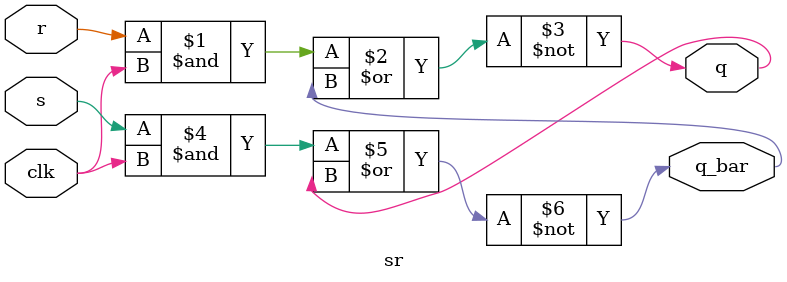
<source format=v>
module sr (s,r,q,q_bar,clk);
input s, r, clk;
output q, q_bar;

assign q = (r & clk) ~| q_bar;
assign q_bar = (s & clk) ~| q;

endmodule

</source>
